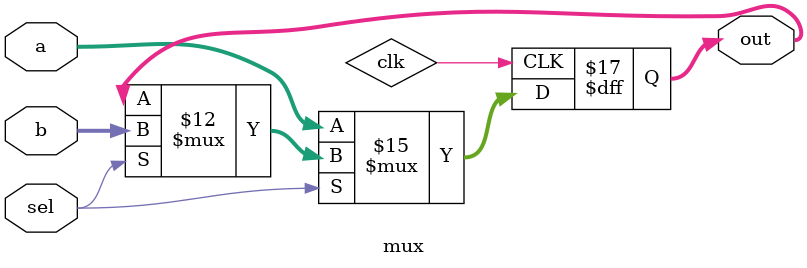
<source format=v>
module mux( 
input [4:0] a, b,
input sel,
output [4:0] out );
// When sel=0, assign a to out. 
// When sel=1, assign b to out.
// When sel=2, assign high to out.
// When sel=3, assign low to out.
always @(posedge clk) begin
  if (sel==0) out <= a;
  else if (sel==1) out <= b;
  else if (sel==2) out <= 1'b1;
  else if (sel==3) out <= 1'b0;
end
endmodule

</source>
